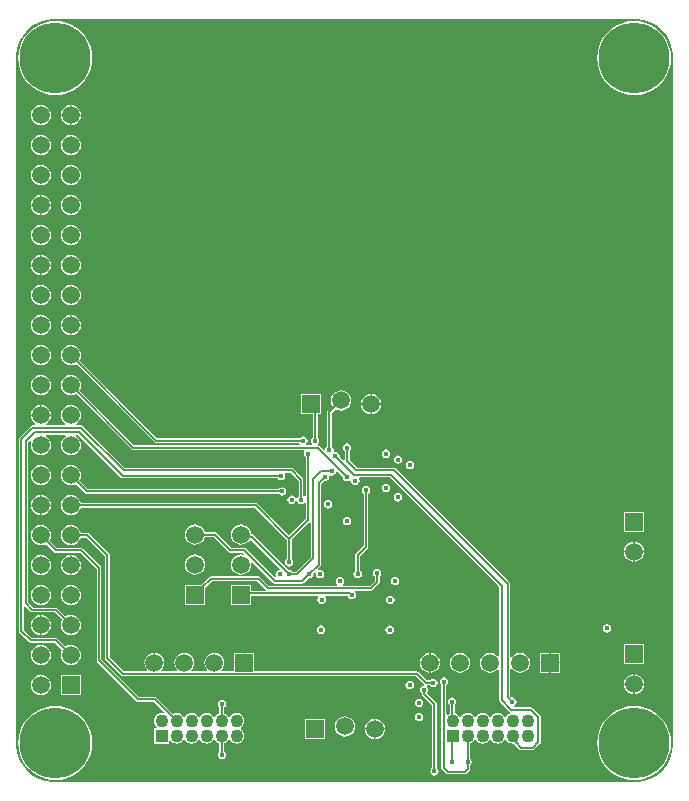
<source format=gbl>
G04*
G04 #@! TF.GenerationSoftware,Altium Limited,Altium Designer,21.7.2 (23)*
G04*
G04 Layer_Physical_Order=4*
G04 Layer_Color=16711680*
%FSLAX25Y25*%
%MOIN*%
G70*
G04*
G04 #@! TF.SameCoordinates,72A3C6AD-17B6-4F61-9830-52E5D45F99D0*
G04*
G04*
G04 #@! TF.FilePolarity,Positive*
G04*
G01*
G75*
%ADD11C,0.00787*%
%ADD39C,0.05906*%
%ADD40R,0.05906X0.05906*%
%ADD41C,0.04331*%
%ADD42R,0.04331X0.04331*%
%ADD43R,0.05906X0.05906*%
%ADD44C,0.01772*%
%ADD45C,0.23622*%
G36*
X474856Y357642D02*
X476456Y357214D01*
X477987Y356579D01*
X479422Y355751D01*
X480736Y354743D01*
X481908Y353571D01*
X482916Y352257D01*
X483745Y350822D01*
X484379Y349291D01*
X484808Y347691D01*
X485024Y346048D01*
Y345220D01*
Y116198D01*
Y115369D01*
X484808Y113727D01*
X484379Y112126D01*
X483745Y110596D01*
X482916Y109161D01*
X481908Y107846D01*
X480736Y106675D01*
X479422Y105666D01*
X477987Y104838D01*
X476456Y104204D01*
X474856Y103775D01*
X473213Y103559D01*
X277942D01*
X276303Y103774D01*
X274706Y104202D01*
X273179Y104835D01*
X271747Y105661D01*
X270435Y106668D01*
X269266Y107837D01*
X268260Y109148D01*
X267433Y110580D01*
X266801Y112107D01*
X266373Y113704D01*
X266157Y115343D01*
Y116170D01*
Y345220D01*
Y346048D01*
X266373Y347691D01*
X266802Y349291D01*
X267436Y350822D01*
X268265Y352256D01*
X269273Y353571D01*
X270445Y354743D01*
X271759Y355751D01*
X273194Y356579D01*
X274725Y357214D01*
X276325Y357642D01*
X277968Y357859D01*
X473213D01*
X474856Y357642D01*
D02*
G37*
%LPC*%
G36*
X472047Y357231D02*
X470115Y357079D01*
X468231Y356627D01*
X466441Y355885D01*
X464789Y354872D01*
X463315Y353614D01*
X462057Y352140D01*
X461044Y350488D01*
X460303Y348698D01*
X459850Y346814D01*
X459698Y344882D01*
X459850Y342950D01*
X460303Y341066D01*
X461044Y339276D01*
X462057Y337623D01*
X463315Y336150D01*
X464789Y334891D01*
X466441Y333879D01*
X468231Y333137D01*
X470115Y332685D01*
X472047Y332533D01*
X473979Y332685D01*
X475863Y333137D01*
X477654Y333879D01*
X479306Y334891D01*
X480779Y336150D01*
X482038Y337623D01*
X483050Y339276D01*
X483792Y341066D01*
X484244Y342950D01*
X484396Y344882D01*
X484244Y346814D01*
X483792Y348698D01*
X483050Y350488D01*
X482038Y352140D01*
X480779Y353614D01*
X479306Y354872D01*
X477654Y355885D01*
X475863Y356627D01*
X473979Y357079D01*
X472047Y357231D01*
D02*
G37*
G36*
X279134D02*
X277202Y357079D01*
X275318Y356627D01*
X273528Y355885D01*
X271875Y354872D01*
X270402Y353614D01*
X269143Y352140D01*
X268131Y350488D01*
X267389Y348698D01*
X266937Y346814D01*
X266785Y344882D01*
X266937Y342950D01*
X267389Y341066D01*
X268131Y339276D01*
X269143Y337623D01*
X270402Y336150D01*
X271875Y334891D01*
X273528Y333879D01*
X275318Y333137D01*
X277202Y332685D01*
X279134Y332533D01*
X281066Y332685D01*
X282950Y333137D01*
X284740Y333879D01*
X286392Y334891D01*
X287866Y336150D01*
X289124Y337623D01*
X290137Y339276D01*
X290879Y341066D01*
X291331Y342950D01*
X291483Y344882D01*
X291331Y346814D01*
X290879Y348698D01*
X290137Y350488D01*
X289124Y352140D01*
X287866Y353614D01*
X286392Y354872D01*
X284740Y355885D01*
X282950Y356627D01*
X281066Y357079D01*
X279134Y357231D01*
D02*
G37*
G36*
X284452Y329182D02*
Y326027D01*
X287607D01*
X287518Y326702D01*
X287181Y327518D01*
X286643Y328218D01*
X285943Y328755D01*
X285127Y329093D01*
X284452Y329182D01*
D02*
G37*
G36*
X284052D02*
X283377Y329093D01*
X282561Y328755D01*
X281861Y328218D01*
X281323Y327518D01*
X280985Y326702D01*
X280897Y326027D01*
X284052D01*
Y329182D01*
D02*
G37*
G36*
Y325627D02*
X280897D01*
X280985Y324952D01*
X281323Y324136D01*
X281861Y323436D01*
X282561Y322898D01*
X283377Y322560D01*
X284052Y322471D01*
Y325627D01*
D02*
G37*
G36*
X287607D02*
X284452D01*
Y322471D01*
X285127Y322560D01*
X285943Y322898D01*
X286643Y323436D01*
X287181Y324136D01*
X287518Y324952D01*
X287607Y325627D01*
D02*
G37*
G36*
X274252Y329208D02*
X273377Y329093D01*
X272561Y328755D01*
X271861Y328218D01*
X271323Y327518D01*
X270986Y326702D01*
X270870Y325827D01*
X270986Y324952D01*
X271323Y324136D01*
X271861Y323436D01*
X272561Y322898D01*
X273377Y322560D01*
X274252Y322445D01*
X275127Y322560D01*
X275943Y322898D01*
X276643Y323436D01*
X277181Y324136D01*
X277518Y324952D01*
X277634Y325827D01*
X277518Y326702D01*
X277181Y327518D01*
X276643Y328218D01*
X275943Y328755D01*
X275127Y329093D01*
X274252Y329208D01*
D02*
G37*
G36*
X284252Y319208D02*
X283377Y319093D01*
X282561Y318755D01*
X281861Y318218D01*
X281323Y317518D01*
X280985Y316702D01*
X280870Y315827D01*
X280985Y314951D01*
X281323Y314136D01*
X281861Y313436D01*
X282561Y312898D01*
X283377Y312560D01*
X284252Y312445D01*
X285127Y312560D01*
X285943Y312898D01*
X286643Y313436D01*
X287181Y314136D01*
X287518Y314951D01*
X287634Y315827D01*
X287518Y316702D01*
X287181Y317518D01*
X286643Y318218D01*
X285943Y318755D01*
X285127Y319093D01*
X284252Y319208D01*
D02*
G37*
G36*
X274252D02*
X273377Y319093D01*
X272561Y318755D01*
X271861Y318218D01*
X271323Y317518D01*
X270986Y316702D01*
X270870Y315827D01*
X270986Y314951D01*
X271323Y314136D01*
X271861Y313436D01*
X272561Y312898D01*
X273377Y312560D01*
X274252Y312445D01*
X275127Y312560D01*
X275943Y312898D01*
X276643Y313436D01*
X277181Y314136D01*
X277518Y314951D01*
X277634Y315827D01*
X277518Y316702D01*
X277181Y317518D01*
X276643Y318218D01*
X275943Y318755D01*
X275127Y319093D01*
X274252Y319208D01*
D02*
G37*
G36*
X284252Y309208D02*
X283377Y309093D01*
X282561Y308755D01*
X281861Y308218D01*
X281323Y307518D01*
X280985Y306702D01*
X280870Y305827D01*
X280985Y304952D01*
X281323Y304136D01*
X281861Y303436D01*
X282561Y302898D01*
X283377Y302560D01*
X284252Y302445D01*
X285127Y302560D01*
X285943Y302898D01*
X286643Y303436D01*
X287181Y304136D01*
X287518Y304952D01*
X287634Y305827D01*
X287518Y306702D01*
X287181Y307518D01*
X286643Y308218D01*
X285943Y308755D01*
X285127Y309093D01*
X284252Y309208D01*
D02*
G37*
G36*
X274252D02*
X273377Y309093D01*
X272561Y308755D01*
X271861Y308218D01*
X271323Y307518D01*
X270986Y306702D01*
X270870Y305827D01*
X270986Y304952D01*
X271323Y304136D01*
X271861Y303436D01*
X272561Y302898D01*
X273377Y302560D01*
X274252Y302445D01*
X275127Y302560D01*
X275943Y302898D01*
X276643Y303436D01*
X277181Y304136D01*
X277518Y304952D01*
X277634Y305827D01*
X277518Y306702D01*
X277181Y307518D01*
X276643Y308218D01*
X275943Y308755D01*
X275127Y309093D01*
X274252Y309208D01*
D02*
G37*
G36*
X274452Y299182D02*
Y296027D01*
X277607D01*
X277518Y296702D01*
X277181Y297518D01*
X276643Y298218D01*
X275943Y298755D01*
X275127Y299093D01*
X274452Y299182D01*
D02*
G37*
G36*
X274052D02*
X273377Y299093D01*
X272561Y298755D01*
X271861Y298218D01*
X271323Y297518D01*
X270986Y296702D01*
X270897Y296027D01*
X274052D01*
Y299182D01*
D02*
G37*
G36*
Y295627D02*
X270897D01*
X270986Y294952D01*
X271323Y294136D01*
X271861Y293436D01*
X272561Y292898D01*
X273377Y292560D01*
X274052Y292471D01*
Y295627D01*
D02*
G37*
G36*
X277607D02*
X274452D01*
Y292471D01*
X275127Y292560D01*
X275943Y292898D01*
X276643Y293436D01*
X277181Y294136D01*
X277518Y294952D01*
X277607Y295627D01*
D02*
G37*
G36*
X284252Y299208D02*
X283377Y299093D01*
X282561Y298755D01*
X281861Y298218D01*
X281323Y297518D01*
X280985Y296702D01*
X280870Y295827D01*
X280985Y294952D01*
X281323Y294136D01*
X281861Y293436D01*
X282561Y292898D01*
X283377Y292560D01*
X284252Y292445D01*
X285127Y292560D01*
X285943Y292898D01*
X286643Y293436D01*
X287181Y294136D01*
X287518Y294952D01*
X287634Y295827D01*
X287518Y296702D01*
X287181Y297518D01*
X286643Y298218D01*
X285943Y298755D01*
X285127Y299093D01*
X284252Y299208D01*
D02*
G37*
G36*
Y289208D02*
X283377Y289093D01*
X282561Y288755D01*
X281861Y288218D01*
X281323Y287518D01*
X280985Y286702D01*
X280870Y285827D01*
X280985Y284951D01*
X281323Y284136D01*
X281861Y283436D01*
X282561Y282898D01*
X283377Y282560D01*
X284252Y282445D01*
X285127Y282560D01*
X285943Y282898D01*
X286643Y283436D01*
X287181Y284136D01*
X287518Y284951D01*
X287634Y285827D01*
X287518Y286702D01*
X287181Y287518D01*
X286643Y288218D01*
X285943Y288755D01*
X285127Y289093D01*
X284252Y289208D01*
D02*
G37*
G36*
X274252D02*
X273377Y289093D01*
X272561Y288755D01*
X271861Y288218D01*
X271323Y287518D01*
X270986Y286702D01*
X270870Y285827D01*
X270986Y284951D01*
X271323Y284136D01*
X271861Y283436D01*
X272561Y282898D01*
X273377Y282560D01*
X274252Y282445D01*
X275127Y282560D01*
X275943Y282898D01*
X276643Y283436D01*
X277181Y284136D01*
X277518Y284951D01*
X277634Y285827D01*
X277518Y286702D01*
X277181Y287518D01*
X276643Y288218D01*
X275943Y288755D01*
X275127Y289093D01*
X274252Y289208D01*
D02*
G37*
G36*
X274452Y279182D02*
Y276027D01*
X277607D01*
X277518Y276702D01*
X277181Y277518D01*
X276643Y278218D01*
X275943Y278755D01*
X275127Y279093D01*
X274452Y279182D01*
D02*
G37*
G36*
X274052D02*
X273377Y279093D01*
X272561Y278755D01*
X271861Y278218D01*
X271323Y277518D01*
X270986Y276702D01*
X270897Y276027D01*
X274052D01*
Y279182D01*
D02*
G37*
G36*
Y275627D02*
X270897D01*
X270986Y274952D01*
X271323Y274136D01*
X271861Y273436D01*
X272561Y272898D01*
X273377Y272560D01*
X274052Y272471D01*
Y275627D01*
D02*
G37*
G36*
X277607D02*
X274452D01*
Y272471D01*
X275127Y272560D01*
X275943Y272898D01*
X276643Y273436D01*
X277181Y274136D01*
X277518Y274952D01*
X277607Y275627D01*
D02*
G37*
G36*
X284252Y279208D02*
X283377Y279093D01*
X282561Y278755D01*
X281861Y278218D01*
X281323Y277518D01*
X280985Y276702D01*
X280870Y275827D01*
X280985Y274952D01*
X281323Y274136D01*
X281861Y273436D01*
X282561Y272898D01*
X283377Y272560D01*
X284252Y272445D01*
X285127Y272560D01*
X285943Y272898D01*
X286643Y273436D01*
X287181Y274136D01*
X287518Y274952D01*
X287634Y275827D01*
X287518Y276702D01*
X287181Y277518D01*
X286643Y278218D01*
X285943Y278755D01*
X285127Y279093D01*
X284252Y279208D01*
D02*
G37*
G36*
Y269208D02*
X283377Y269093D01*
X282561Y268755D01*
X281861Y268218D01*
X281323Y267518D01*
X280985Y266702D01*
X280870Y265827D01*
X280985Y264951D01*
X281323Y264136D01*
X281861Y263436D01*
X282561Y262898D01*
X283377Y262560D01*
X284252Y262445D01*
X285127Y262560D01*
X285943Y262898D01*
X286643Y263436D01*
X287181Y264136D01*
X287518Y264951D01*
X287634Y265827D01*
X287518Y266702D01*
X287181Y267518D01*
X286643Y268218D01*
X285943Y268755D01*
X285127Y269093D01*
X284252Y269208D01*
D02*
G37*
G36*
X274252D02*
X273377Y269093D01*
X272561Y268755D01*
X271861Y268218D01*
X271323Y267518D01*
X270986Y266702D01*
X270870Y265827D01*
X270986Y264951D01*
X271323Y264136D01*
X271861Y263436D01*
X272561Y262898D01*
X273377Y262560D01*
X274252Y262445D01*
X275127Y262560D01*
X275943Y262898D01*
X276643Y263436D01*
X277181Y264136D01*
X277518Y264951D01*
X277634Y265827D01*
X277518Y266702D01*
X277181Y267518D01*
X276643Y268218D01*
X275943Y268755D01*
X275127Y269093D01*
X274252Y269208D01*
D02*
G37*
G36*
X284452Y259182D02*
Y256027D01*
X287607D01*
X287518Y256702D01*
X287181Y257518D01*
X286643Y258218D01*
X285943Y258755D01*
X285127Y259093D01*
X284452Y259182D01*
D02*
G37*
G36*
X284052D02*
X283377Y259093D01*
X282561Y258755D01*
X281861Y258218D01*
X281323Y257518D01*
X280985Y256702D01*
X280897Y256027D01*
X284052D01*
Y259182D01*
D02*
G37*
G36*
Y255627D02*
X280897D01*
X280985Y254952D01*
X281323Y254136D01*
X281861Y253436D01*
X282561Y252898D01*
X283377Y252560D01*
X284052Y252471D01*
Y255627D01*
D02*
G37*
G36*
X287607D02*
X284452D01*
Y252471D01*
X285127Y252560D01*
X285943Y252898D01*
X286643Y253436D01*
X287181Y254136D01*
X287518Y254952D01*
X287607Y255627D01*
D02*
G37*
G36*
X274252Y259208D02*
X273377Y259093D01*
X272561Y258755D01*
X271861Y258218D01*
X271323Y257518D01*
X270986Y256702D01*
X270870Y255827D01*
X270986Y254952D01*
X271323Y254136D01*
X271861Y253436D01*
X272561Y252898D01*
X273377Y252560D01*
X274252Y252445D01*
X275127Y252560D01*
X275943Y252898D01*
X276643Y253436D01*
X277181Y254136D01*
X277518Y254952D01*
X277634Y255827D01*
X277518Y256702D01*
X277181Y257518D01*
X276643Y258218D01*
X275943Y258755D01*
X275127Y259093D01*
X274252Y259208D01*
D02*
G37*
G36*
Y249208D02*
X273377Y249093D01*
X272561Y248755D01*
X271861Y248218D01*
X271323Y247518D01*
X270986Y246702D01*
X270870Y245827D01*
X270986Y244952D01*
X271323Y244136D01*
X271861Y243436D01*
X272561Y242898D01*
X273377Y242560D01*
X274252Y242445D01*
X275127Y242560D01*
X275943Y242898D01*
X276643Y243436D01*
X277181Y244136D01*
X277518Y244952D01*
X277634Y245827D01*
X277518Y246702D01*
X277181Y247518D01*
X276643Y248218D01*
X275943Y248755D01*
X275127Y249093D01*
X274252Y249208D01*
D02*
G37*
G36*
Y239208D02*
X273377Y239093D01*
X272561Y238755D01*
X271861Y238218D01*
X271323Y237518D01*
X270986Y236702D01*
X270870Y235827D01*
X270986Y234951D01*
X271323Y234136D01*
X271861Y233436D01*
X272561Y232898D01*
X273377Y232560D01*
X274252Y232445D01*
X275127Y232560D01*
X275943Y232898D01*
X276643Y233436D01*
X277181Y234136D01*
X277518Y234951D01*
X277634Y235827D01*
X277518Y236702D01*
X277181Y237518D01*
X276643Y238218D01*
X275943Y238755D01*
X275127Y239093D01*
X274252Y239208D01*
D02*
G37*
G36*
X384610Y232883D02*
Y229728D01*
X387765D01*
X387676Y230403D01*
X387338Y231218D01*
X386801Y231919D01*
X386100Y232456D01*
X385285Y232794D01*
X384610Y232883D01*
D02*
G37*
G36*
X384209D02*
X383534Y232794D01*
X382719Y232456D01*
X382018Y231919D01*
X381481Y231218D01*
X381143Y230403D01*
X381054Y229728D01*
X384209D01*
Y232883D01*
D02*
G37*
G36*
X387765Y229328D02*
X384610D01*
Y226172D01*
X385285Y226261D01*
X386100Y226599D01*
X386801Y227136D01*
X387338Y227837D01*
X387676Y228652D01*
X387765Y229328D01*
D02*
G37*
G36*
X384209D02*
X381054D01*
X381143Y228652D01*
X381481Y227837D01*
X382018Y227136D01*
X382719Y226599D01*
X383534Y226261D01*
X384209Y226172D01*
Y229328D01*
D02*
G37*
G36*
X274452Y229182D02*
Y226027D01*
X277607D01*
X277518Y226702D01*
X277181Y227518D01*
X276643Y228218D01*
X275943Y228755D01*
X275127Y229093D01*
X274452Y229182D01*
D02*
G37*
G36*
X274052D02*
X273377Y229093D01*
X272561Y228755D01*
X271861Y228218D01*
X271323Y227518D01*
X270986Y226702D01*
X270897Y226027D01*
X274052D01*
Y229182D01*
D02*
G37*
G36*
X284252Y249208D02*
X283377Y249093D01*
X282561Y248755D01*
X281861Y248218D01*
X281323Y247518D01*
X280985Y246702D01*
X280870Y245827D01*
X280985Y244952D01*
X281323Y244136D01*
X281861Y243436D01*
X282561Y242898D01*
X283377Y242560D01*
X284252Y242445D01*
X285127Y242560D01*
X285943Y242898D01*
X285996Y242939D01*
X312184Y216751D01*
X312446Y216575D01*
X312756Y216514D01*
X312756Y216514D01*
X360495D01*
X360683Y216270D01*
X360437Y215770D01*
X305453D01*
X287140Y234083D01*
X287181Y234136D01*
X287518Y234951D01*
X287634Y235827D01*
X287518Y236702D01*
X287181Y237518D01*
X286643Y238218D01*
X285943Y238755D01*
X285127Y239093D01*
X284252Y239208D01*
X283377Y239093D01*
X282561Y238755D01*
X281861Y238218D01*
X281323Y237518D01*
X280985Y236702D01*
X280870Y235827D01*
X280985Y234951D01*
X281323Y234136D01*
X281861Y233436D01*
X282561Y232898D01*
X283377Y232560D01*
X284252Y232445D01*
X285127Y232560D01*
X285943Y232898D01*
X285996Y232939D01*
X304546Y214388D01*
X304546Y214388D01*
X304808Y214213D01*
X305118Y214151D01*
X305118Y214151D01*
X361892D01*
X362160Y213651D01*
X362080Y213533D01*
X361973Y212992D01*
X362080Y212451D01*
X362387Y211993D01*
X362577Y211866D01*
Y199012D01*
X362077Y198766D01*
X361833Y198954D01*
Y204331D01*
X361833Y204331D01*
X361771Y204640D01*
X361596Y204903D01*
X361596Y204903D01*
X358446Y208052D01*
X358184Y208228D01*
X357874Y208290D01*
X357874Y208290D01*
X302304D01*
X288368Y222226D01*
X288105Y222401D01*
X287795Y222463D01*
X287795Y222463D01*
X286161D01*
X286078Y222629D01*
X286027Y222963D01*
X286643Y223436D01*
X287181Y224136D01*
X287518Y224952D01*
X287634Y225827D01*
X287518Y226702D01*
X287181Y227518D01*
X286643Y228218D01*
X285943Y228755D01*
X285127Y229093D01*
X284252Y229208D01*
X283377Y229093D01*
X282561Y228755D01*
X281861Y228218D01*
X281323Y227518D01*
X280985Y226702D01*
X280870Y225827D01*
X280985Y224952D01*
X281323Y224136D01*
X281861Y223436D01*
X282477Y222963D01*
X282426Y222629D01*
X282343Y222463D01*
X276161D01*
X276078Y222629D01*
X276027Y222963D01*
X276643Y223436D01*
X277181Y224136D01*
X277518Y224952D01*
X277607Y225627D01*
X274252D01*
X270897D01*
X270986Y224952D01*
X271323Y224136D01*
X271861Y223436D01*
X272477Y222963D01*
X272426Y222629D01*
X272343Y222463D01*
X271513D01*
X271513Y222463D01*
X271203Y222401D01*
X270941Y222226D01*
X267245Y218530D01*
X267069Y218267D01*
X267007Y217957D01*
X267007Y217957D01*
Y153837D01*
X267007Y153837D01*
X267069Y153527D01*
X267245Y153265D01*
X270294Y150215D01*
X270294Y150215D01*
X270556Y150040D01*
X270866Y149978D01*
X270866Y149978D01*
X278956D01*
X281364Y147570D01*
X281323Y147518D01*
X280985Y146702D01*
X280870Y145827D01*
X280985Y144951D01*
X281323Y144136D01*
X281861Y143436D01*
X282561Y142898D01*
X283377Y142560D01*
X284252Y142445D01*
X285127Y142560D01*
X285943Y142898D01*
X286643Y143436D01*
X287181Y144136D01*
X287518Y144951D01*
X287634Y145827D01*
X287518Y146702D01*
X287181Y147518D01*
X286643Y148218D01*
X285943Y148755D01*
X285127Y149093D01*
X284252Y149208D01*
X283377Y149093D01*
X282561Y148755D01*
X282508Y148715D01*
X279864Y151360D01*
X279601Y151535D01*
X279291Y151597D01*
X279291Y151597D01*
X271201D01*
X268626Y154172D01*
Y161873D01*
X269126Y162081D01*
X270927Y160280D01*
X270927Y160280D01*
X271189Y160104D01*
X271499Y160043D01*
X278891D01*
X281364Y157570D01*
X281323Y157518D01*
X280985Y156702D01*
X280870Y155827D01*
X280985Y154952D01*
X281323Y154136D01*
X281861Y153436D01*
X282561Y152898D01*
X283377Y152560D01*
X284252Y152445D01*
X285127Y152560D01*
X285943Y152898D01*
X286643Y153436D01*
X287181Y154136D01*
X287518Y154952D01*
X287634Y155827D01*
X287518Y156702D01*
X287181Y157518D01*
X286643Y158218D01*
X285943Y158755D01*
X285127Y159093D01*
X284252Y159208D01*
X283377Y159093D01*
X282561Y158755D01*
X282508Y158715D01*
X279799Y161424D01*
X279536Y161600D01*
X279227Y161661D01*
X279227Y161661D01*
X271834D01*
X270101Y163395D01*
Y216799D01*
X270756Y217454D01*
X271180Y217171D01*
X270986Y216702D01*
X270870Y215827D01*
X270986Y214951D01*
X271323Y214136D01*
X271861Y213436D01*
X272561Y212898D01*
X273377Y212560D01*
X274252Y212445D01*
X275127Y212560D01*
X275943Y212898D01*
X276643Y213436D01*
X277181Y214136D01*
X277518Y214951D01*
X277634Y215827D01*
X277518Y216702D01*
X277181Y217518D01*
X276643Y218218D01*
X275943Y218755D01*
X275909Y218770D01*
X276008Y219269D01*
X282496D01*
X282595Y218770D01*
X282561Y218755D01*
X281861Y218218D01*
X281323Y217518D01*
X280985Y216702D01*
X280870Y215827D01*
X280985Y214951D01*
X281323Y214136D01*
X281861Y213436D01*
X282561Y212898D01*
X283377Y212560D01*
X284252Y212445D01*
X285127Y212560D01*
X285943Y212898D01*
X286643Y213436D01*
X287181Y214136D01*
X287518Y214951D01*
X287634Y215827D01*
X287518Y216702D01*
X287181Y217518D01*
X286643Y218218D01*
X285943Y218755D01*
X285909Y218770D01*
X286008Y219269D01*
X286673D01*
X301003Y204940D01*
X301265Y204764D01*
X301575Y204702D01*
X301575Y204703D01*
X353205D01*
X353332Y204513D01*
X353790Y204206D01*
X354331Y204099D01*
X354871Y204206D01*
X355330Y204513D01*
X355636Y204971D01*
X355744Y205512D01*
X355636Y206052D01*
X355557Y206171D01*
X355824Y206671D01*
X357539D01*
X360214Y203995D01*
Y198764D01*
X360024Y198637D01*
X359718Y198179D01*
X359704Y198106D01*
X359194D01*
X359179Y198179D01*
X358873Y198637D01*
X358415Y198943D01*
X357874Y199051D01*
X357333Y198943D01*
X356875Y198637D01*
X356569Y198179D01*
X356461Y197638D01*
X356569Y197097D01*
X356875Y196639D01*
X357333Y196332D01*
X357874Y196225D01*
X358415Y196332D01*
X358873Y196639D01*
X359179Y197097D01*
X359194Y197170D01*
X359704D01*
X359718Y197097D01*
X360024Y196639D01*
X360483Y196332D01*
X361024Y196225D01*
X361564Y196332D01*
X362023Y196639D01*
X362077Y196719D01*
X362577Y196568D01*
Y191280D01*
X357087Y185790D01*
X346478Y196399D01*
X346215Y196574D01*
X345905Y196636D01*
X345905Y196636D01*
X287527D01*
X287518Y196702D01*
X287181Y197518D01*
X286643Y198218D01*
X285943Y198755D01*
X285127Y199093D01*
X284252Y199208D01*
X283377Y199093D01*
X282561Y198755D01*
X281861Y198218D01*
X281323Y197518D01*
X280985Y196702D01*
X280870Y195827D01*
X280985Y194951D01*
X281323Y194136D01*
X281861Y193436D01*
X282561Y192898D01*
X283377Y192560D01*
X284252Y192445D01*
X285127Y192560D01*
X285943Y192898D01*
X286643Y193436D01*
X287181Y194136D01*
X287518Y194951D01*
X287527Y195018D01*
X345570D01*
X356277Y184310D01*
Y177898D01*
X356087Y177771D01*
X355781Y177312D01*
X355674Y176772D01*
X355781Y176231D01*
X356087Y175773D01*
X356546Y175466D01*
X357087Y175359D01*
X357627Y175466D01*
X358086Y175773D01*
X358392Y176231D01*
X358500Y176772D01*
X358392Y177312D01*
X358086Y177771D01*
X357896Y177898D01*
Y184310D01*
X363801Y190215D01*
X364301Y190008D01*
Y178437D01*
X359507Y173644D01*
X358213D01*
X358086Y173834D01*
X357627Y174140D01*
X357087Y174248D01*
X356863Y174203D01*
X345149Y185917D01*
X344886Y186092D01*
X344577Y186154D01*
X344259Y186497D01*
X344211Y186860D01*
X343874Y187675D01*
X343336Y188375D01*
X342636Y188913D01*
X341820Y189251D01*
X340945Y189366D01*
X340070Y189251D01*
X339254Y188913D01*
X338554Y188375D01*
X338016Y187675D01*
X337678Y186860D01*
X337563Y185984D01*
X337678Y185109D01*
X338016Y184293D01*
X338554Y183593D01*
X339254Y183056D01*
X340070Y182718D01*
X340945Y182603D01*
X341820Y182718D01*
X342636Y183056D01*
X343336Y183593D01*
X343853Y184266D01*
X343920Y184297D01*
X344435Y184342D01*
X354158Y174619D01*
X353911Y174158D01*
X353858Y174169D01*
X353317Y174061D01*
X352859Y173755D01*
X352553Y173297D01*
X352445Y172756D01*
X352553Y172215D01*
X352718Y171969D01*
X352329Y171650D01*
X342577Y181403D01*
X342314Y181578D01*
X342004Y181640D01*
X342004Y181640D01*
X337796D01*
X332879Y186556D01*
X332616Y186732D01*
X332307Y186793D01*
X332307Y186793D01*
X328866D01*
X328857Y186860D01*
X328519Y187675D01*
X327982Y188375D01*
X327281Y188913D01*
X326466Y189251D01*
X325590Y189366D01*
X324715Y189251D01*
X323900Y188913D01*
X323199Y188375D01*
X322662Y187675D01*
X322324Y186860D01*
X322209Y185984D01*
X322324Y185109D01*
X322662Y184293D01*
X323199Y183593D01*
X323900Y183056D01*
X324715Y182718D01*
X325590Y182603D01*
X326466Y182718D01*
X327281Y183056D01*
X327982Y183593D01*
X328519Y184293D01*
X328857Y185109D01*
X328866Y185175D01*
X331972D01*
X336888Y180258D01*
X336888Y180258D01*
X337151Y180083D01*
X337460Y180021D01*
X337460Y180021D01*
X341634D01*
X341913Y179685D01*
X341656Y179272D01*
X340945Y179366D01*
X340070Y179251D01*
X339254Y178913D01*
X338554Y178375D01*
X338016Y177675D01*
X337678Y176859D01*
X337563Y175984D01*
X337678Y175109D01*
X338016Y174293D01*
X338554Y173593D01*
X339254Y173056D01*
X340070Y172718D01*
X340945Y172603D01*
X341820Y172718D01*
X342636Y173056D01*
X343336Y173593D01*
X343874Y174293D01*
X344211Y175109D01*
X344327Y175984D01*
X344225Y176759D01*
X344479Y176951D01*
X344673Y177017D01*
X351790Y169900D01*
X351790Y169900D01*
X352052Y169725D01*
X352362Y169663D01*
X352362Y169663D01*
X361417D01*
X361417Y169663D01*
X361727Y169725D01*
X361990Y169900D01*
X363556Y171466D01*
X363779Y171422D01*
X364320Y171529D01*
X364779Y171835D01*
X365085Y172294D01*
X365193Y172835D01*
X365148Y173059D01*
X365518Y173429D01*
X365979Y173183D01*
X365910Y172835D01*
X366017Y172294D01*
X366324Y171835D01*
X366782Y171529D01*
X367323Y171422D01*
X367863Y171529D01*
X368322Y171835D01*
X368628Y172294D01*
X368736Y172835D01*
X368628Y173375D01*
X368322Y173834D01*
X367863Y174140D01*
X367323Y174248D01*
X366975Y174178D01*
X366728Y174639D01*
X367501Y175412D01*
X367501Y175412D01*
X367677Y175675D01*
X367738Y175984D01*
X367738Y175984D01*
Y202814D01*
X368674Y203750D01*
X368898Y203705D01*
X369438Y203813D01*
X369897Y204119D01*
X370203Y204577D01*
X370311Y205118D01*
X370234Y205504D01*
X370643Y205832D01*
X370719Y205781D01*
X371260Y205674D01*
X371801Y205781D01*
X372259Y206087D01*
X372565Y206546D01*
X372654Y206991D01*
X372935Y207142D01*
X373162Y207189D01*
X375009Y205342D01*
X374965Y205118D01*
X375073Y204577D01*
X375379Y204119D01*
X375837Y203813D01*
X376378Y203705D01*
X376919Y203813D01*
X377233Y204023D01*
X377389Y203995D01*
X377691Y203856D01*
X377746Y203810D01*
X377829Y203396D01*
X378135Y202938D01*
X378593Y202632D01*
X379134Y202524D01*
X379675Y202632D01*
X380133Y202938D01*
X380439Y203396D01*
X380547Y203937D01*
X380439Y204478D01*
X380360Y204596D01*
X380627Y205096D01*
X390610D01*
X427143Y168562D01*
Y145560D01*
X426644Y145390D01*
X426407Y145698D01*
X425707Y146236D01*
X424891Y146573D01*
X424016Y146689D01*
X423140Y146573D01*
X422325Y146236D01*
X421625Y145698D01*
X421087Y144998D01*
X420749Y144182D01*
X420634Y143307D01*
X420749Y142432D01*
X421087Y141616D01*
X421625Y140916D01*
X422325Y140378D01*
X423140Y140041D01*
X424016Y139925D01*
X424891Y140041D01*
X425707Y140378D01*
X426407Y140916D01*
X426644Y141224D01*
X427143Y141054D01*
Y130709D01*
X427143Y130709D01*
X427205Y130399D01*
X427381Y130136D01*
X430530Y126987D01*
X430734Y126851D01*
X430769Y126589D01*
X430740Y126312D01*
X430320Y126138D01*
X429785Y125727D01*
X429388Y125211D01*
X429262Y125191D01*
X428966D01*
X428840Y125211D01*
X428444Y125727D01*
X427908Y126138D01*
X427284Y126397D01*
X426814Y126459D01*
Y123898D01*
X426414D01*
Y126459D01*
X425945Y126397D01*
X425320Y126138D01*
X424785Y125727D01*
X424388Y125211D01*
X424262Y125191D01*
X423966D01*
X423840Y125211D01*
X423444Y125727D01*
X422908Y126138D01*
X422284Y126397D01*
X421614Y126485D01*
X420944Y126397D01*
X420320Y126138D01*
X419785Y125727D01*
X419388Y125211D01*
X419262Y125191D01*
X418966D01*
X418840Y125211D01*
X418444Y125727D01*
X417908Y126138D01*
X417284Y126397D01*
X416614Y126485D01*
X415944Y126397D01*
X415320Y126138D01*
X414785Y125727D01*
X414388Y125211D01*
X414262Y125191D01*
X413966D01*
X413840Y125211D01*
X413444Y125727D01*
X412908Y126138D01*
X412325Y126380D01*
Y129255D01*
X412416Y129316D01*
X412723Y129774D01*
X412830Y130315D01*
X412723Y130856D01*
X412416Y131314D01*
X411958Y131620D01*
X411417Y131728D01*
X410877Y131620D01*
X410418Y131314D01*
X410112Y130856D01*
X410004Y130315D01*
X410112Y129774D01*
X410418Y129316D01*
X410707Y129123D01*
Y126298D01*
X410320Y126138D01*
X409964Y125865D01*
X409464Y126097D01*
Y135878D01*
X409660Y136009D01*
X409967Y136467D01*
X410074Y137008D01*
X409967Y137549D01*
X409660Y138007D01*
X409202Y138313D01*
X408661Y138421D01*
X408121Y138313D01*
X407662Y138007D01*
X407356Y137549D01*
X407248Y137008D01*
X407356Y136467D01*
X407662Y136009D01*
X407846Y135886D01*
Y108274D01*
X407846Y108274D01*
X407907Y107964D01*
X408083Y107702D01*
X409338Y106447D01*
X409600Y106271D01*
X409910Y106210D01*
X415680D01*
X415681Y106210D01*
X415990Y106271D01*
X416253Y106447D01*
X417108Y107302D01*
X417108Y107302D01*
X417283Y107564D01*
X417345Y107874D01*
Y109110D01*
X417535Y109237D01*
X417841Y109695D01*
X417948Y110236D01*
X417841Y110777D01*
X417535Y111235D01*
X417384Y111336D01*
Y116440D01*
X417908Y116657D01*
X418444Y117068D01*
X418840Y117585D01*
X418966Y117604D01*
X419262D01*
X419388Y117585D01*
X419785Y117068D01*
X420320Y116657D01*
X420944Y116398D01*
X421414Y116337D01*
Y118898D01*
X421814D01*
Y116337D01*
X422284Y116398D01*
X422908Y116657D01*
X423444Y117068D01*
X423840Y117585D01*
X423966Y117604D01*
X424262Y117604D01*
X424388Y117585D01*
X424785Y117068D01*
X425320Y116657D01*
X425945Y116398D01*
X426614Y116310D01*
X427284Y116398D01*
X427908Y116657D01*
X428444Y117068D01*
X428840Y117585D01*
X428966Y117604D01*
X429262D01*
X429388Y117585D01*
X429785Y117068D01*
X430320Y116657D01*
X430944Y116398D01*
X431614Y116310D01*
X431885Y116346D01*
X432019Y116145D01*
X433776Y114388D01*
X434038Y114213D01*
X434348Y114151D01*
X434348Y114151D01*
X438189D01*
X438189Y114151D01*
X438499Y114213D01*
X438761Y114388D01*
X440730Y116357D01*
X440905Y116619D01*
X440967Y116929D01*
X440967Y116929D01*
Y125197D01*
X440967Y125197D01*
X440905Y125506D01*
X440730Y125769D01*
X440730Y125769D01*
X438368Y128131D01*
X438105Y128307D01*
X437795Y128368D01*
X437795Y128368D01*
X431895D01*
X431811Y128419D01*
X431793Y128451D01*
X432037Y129009D01*
X432495Y129316D01*
X432801Y129774D01*
X432909Y130315D01*
X432801Y130856D01*
X432495Y131314D01*
X432037Y131620D01*
X431496Y131728D01*
X431272Y131683D01*
X430730Y132225D01*
Y141260D01*
X431230Y141429D01*
X431625Y140916D01*
X432325Y140378D01*
X433141Y140041D01*
X434016Y139925D01*
X434891Y140041D01*
X435707Y140378D01*
X436407Y140916D01*
X436944Y141616D01*
X437282Y142432D01*
X437397Y143307D01*
X437282Y144182D01*
X436944Y144998D01*
X436407Y145698D01*
X435707Y146236D01*
X434891Y146573D01*
X434016Y146689D01*
X433141Y146573D01*
X432325Y146236D01*
X431625Y145698D01*
X431230Y145185D01*
X430730Y145354D01*
Y169685D01*
X430730Y169685D01*
X430669Y169995D01*
X430493Y170257D01*
X392714Y208037D01*
X392451Y208212D01*
X392142Y208274D01*
X392142Y208274D01*
X379724D01*
X377187Y210811D01*
Y213835D01*
X377377Y213962D01*
X377683Y214420D01*
X377791Y214961D01*
X377683Y215501D01*
X377377Y215960D01*
X376919Y216266D01*
X376378Y216374D01*
X375837Y216266D01*
X375379Y215960D01*
X375073Y215501D01*
X374965Y214961D01*
X375073Y214420D01*
X375379Y213962D01*
X375569Y213835D01*
Y210929D01*
X375069Y210721D01*
X373809Y211981D01*
X373854Y212205D01*
X373746Y212745D01*
X373440Y213204D01*
X372982Y213510D01*
X372441Y213618D01*
X372278Y213585D01*
X371853Y214011D01*
X371885Y214173D01*
X371778Y214714D01*
X371472Y215172D01*
X371282Y215299D01*
Y226436D01*
X372666Y227821D01*
X372719Y227780D01*
X373534Y227442D01*
X374410Y227327D01*
X375285Y227442D01*
X376100Y227780D01*
X376801Y228317D01*
X377338Y229018D01*
X377676Y229833D01*
X377791Y230709D01*
X377676Y231584D01*
X377338Y232400D01*
X376801Y233100D01*
X376100Y233637D01*
X375285Y233975D01*
X374410Y234090D01*
X373534Y233975D01*
X372719Y233637D01*
X372018Y233100D01*
X371481Y232400D01*
X371143Y231584D01*
X371028Y230709D01*
X371143Y229833D01*
X371481Y229018D01*
X371521Y228965D01*
X369900Y227344D01*
X369725Y227081D01*
X369663Y226772D01*
X369663Y226772D01*
Y215299D01*
X369473Y215172D01*
X369167Y214714D01*
X369078Y214269D01*
X368798Y214118D01*
X368570Y214070D01*
X367108Y215533D01*
X366845Y215708D01*
X366753Y215726D01*
X366648Y216257D01*
X366747Y216324D01*
X367053Y216782D01*
X367161Y217323D01*
X367053Y217863D01*
X366747Y218322D01*
X366557Y218449D01*
Y226175D01*
X367762D01*
Y232880D01*
X361057D01*
Y226175D01*
X364939D01*
Y218449D01*
X364749Y218322D01*
X364443Y217863D01*
X364335Y217323D01*
X364443Y216782D01*
X364749Y216324D01*
X364829Y216270D01*
X364678Y215770D01*
X362881D01*
X362730Y216270D01*
X362810Y216324D01*
X363116Y216782D01*
X363224Y217323D01*
X363116Y217863D01*
X362810Y218322D01*
X362352Y218628D01*
X361811Y218736D01*
X361270Y218628D01*
X360812Y218322D01*
X360685Y218132D01*
X313091D01*
X287140Y244083D01*
X287181Y244136D01*
X287518Y244952D01*
X287634Y245827D01*
X287518Y246702D01*
X287181Y247518D01*
X286643Y248218D01*
X285943Y248755D01*
X285127Y249093D01*
X284252Y249208D01*
D02*
G37*
G36*
X389370Y214405D02*
X388829Y214298D01*
X388371Y213991D01*
X388065Y213533D01*
X387957Y212992D01*
X388065Y212451D01*
X388371Y211993D01*
X388829Y211687D01*
X389370Y211579D01*
X389911Y211687D01*
X390369Y211993D01*
X390675Y212451D01*
X390783Y212992D01*
X390675Y213533D01*
X390369Y213991D01*
X389911Y214298D01*
X389370Y214405D01*
D02*
G37*
G36*
X393307Y212437D02*
X392766Y212329D01*
X392308Y212023D01*
X392002Y211564D01*
X391894Y211024D01*
X392002Y210483D01*
X392308Y210024D01*
X392766Y209718D01*
X393307Y209611D01*
X393848Y209718D01*
X394306Y210024D01*
X394613Y210483D01*
X394720Y211024D01*
X394613Y211564D01*
X394306Y212023D01*
X393848Y212329D01*
X393307Y212437D01*
D02*
G37*
G36*
X397376Y210529D02*
X396836Y210421D01*
X396377Y210115D01*
X396071Y209656D01*
X395964Y209116D01*
X396071Y208575D01*
X396377Y208117D01*
X396836Y207810D01*
X397376Y207703D01*
X397917Y207810D01*
X398376Y208117D01*
X398682Y208575D01*
X398789Y209116D01*
X398682Y209656D01*
X398376Y210115D01*
X397917Y210421D01*
X397376Y210529D01*
D02*
G37*
G36*
X274252Y209208D02*
X273377Y209093D01*
X272561Y208755D01*
X271861Y208218D01*
X271323Y207518D01*
X270986Y206702D01*
X270870Y205827D01*
X270986Y204952D01*
X271323Y204136D01*
X271861Y203436D01*
X272561Y202898D01*
X273377Y202560D01*
X274252Y202445D01*
X275127Y202560D01*
X275943Y202898D01*
X276643Y203436D01*
X277181Y204136D01*
X277518Y204952D01*
X277634Y205827D01*
X277518Y206702D01*
X277181Y207518D01*
X276643Y208218D01*
X275943Y208755D01*
X275127Y209093D01*
X274252Y209208D01*
D02*
G37*
G36*
X389370Y202988D02*
X388829Y202880D01*
X388371Y202574D01*
X388065Y202116D01*
X387957Y201575D01*
X388065Y201034D01*
X388371Y200576D01*
X388829Y200269D01*
X389370Y200162D01*
X389911Y200269D01*
X390369Y200576D01*
X390675Y201034D01*
X390783Y201575D01*
X390675Y202116D01*
X390369Y202574D01*
X389911Y202880D01*
X389370Y202988D01*
D02*
G37*
G36*
X284252Y209208D02*
X283377Y209093D01*
X282561Y208755D01*
X281861Y208218D01*
X281323Y207518D01*
X280985Y206702D01*
X280870Y205827D01*
X280985Y204952D01*
X281323Y204136D01*
X281861Y203436D01*
X282561Y202898D01*
X283377Y202560D01*
X284252Y202445D01*
X285127Y202560D01*
X285943Y202898D01*
X285996Y202939D01*
X289113Y199821D01*
X289375Y199646D01*
X289685Y199584D01*
X353598D01*
X353725Y199395D01*
X354184Y199088D01*
X354724Y198981D01*
X355265Y199088D01*
X355724Y199395D01*
X356030Y199853D01*
X356137Y200394D01*
X356030Y200934D01*
X355724Y201393D01*
X355265Y201699D01*
X354724Y201807D01*
X354184Y201699D01*
X353725Y201393D01*
X353598Y201203D01*
X290020D01*
X287140Y204083D01*
X287181Y204136D01*
X287518Y204952D01*
X287634Y205827D01*
X287518Y206702D01*
X287181Y207518D01*
X286643Y208218D01*
X285943Y208755D01*
X285127Y209093D01*
X284252Y209208D01*
D02*
G37*
G36*
X393307Y199838D02*
X392766Y199731D01*
X392308Y199424D01*
X392002Y198966D01*
X391894Y198425D01*
X392002Y197885D01*
X392308Y197426D01*
X392766Y197120D01*
X393307Y197012D01*
X393848Y197120D01*
X394306Y197426D01*
X394613Y197885D01*
X394720Y198425D01*
X394613Y198966D01*
X394306Y199424D01*
X393848Y199731D01*
X393307Y199838D01*
D02*
G37*
G36*
X274452Y199182D02*
Y196027D01*
X277607D01*
X277518Y196702D01*
X277181Y197518D01*
X276643Y198218D01*
X275943Y198755D01*
X275127Y199093D01*
X274452Y199182D01*
D02*
G37*
G36*
X274052D02*
X273377Y199093D01*
X272561Y198755D01*
X271861Y198218D01*
X271323Y197518D01*
X270986Y196702D01*
X270897Y196027D01*
X274052D01*
Y199182D01*
D02*
G37*
G36*
X370079Y197476D02*
X369538Y197368D01*
X369080Y197062D01*
X368773Y196604D01*
X368666Y196063D01*
X368773Y195522D01*
X369080Y195064D01*
X369538Y194758D01*
X370079Y194650D01*
X370620Y194758D01*
X371078Y195064D01*
X371384Y195522D01*
X371492Y196063D01*
X371384Y196604D01*
X371078Y197062D01*
X370620Y197368D01*
X370079Y197476D01*
D02*
G37*
G36*
X274052Y195627D02*
X270897D01*
X270986Y194951D01*
X271323Y194136D01*
X271861Y193436D01*
X272561Y192898D01*
X273377Y192560D01*
X274052Y192471D01*
Y195627D01*
D02*
G37*
G36*
X277607D02*
X274452D01*
Y192471D01*
X275127Y192560D01*
X275943Y192898D01*
X276643Y193436D01*
X277181Y194136D01*
X277518Y194951D01*
X277607Y195627D01*
D02*
G37*
G36*
X376378Y191964D02*
X375837Y191857D01*
X375379Y191550D01*
X375073Y191092D01*
X374965Y190551D01*
X375073Y190010D01*
X375379Y189552D01*
X375837Y189246D01*
X376378Y189138D01*
X376919Y189246D01*
X377377Y189552D01*
X377683Y190010D01*
X377791Y190551D01*
X377683Y191092D01*
X377377Y191550D01*
X376919Y191857D01*
X376378Y191964D01*
D02*
G37*
G36*
X475400Y193668D02*
X468694D01*
Y186962D01*
X475400D01*
Y193668D01*
D02*
G37*
G36*
X472247Y183670D02*
Y180515D01*
X475403D01*
X475314Y181190D01*
X474976Y182006D01*
X474438Y182706D01*
X473738Y183244D01*
X472923Y183581D01*
X472247Y183670D01*
D02*
G37*
G36*
X471847D02*
X471172Y183581D01*
X470356Y183244D01*
X469656Y182706D01*
X469119Y182006D01*
X468781Y181190D01*
X468692Y180515D01*
X471847D01*
Y183670D01*
D02*
G37*
G36*
X475403Y180115D02*
X472247D01*
Y176960D01*
X472923Y177049D01*
X473738Y177386D01*
X474438Y177924D01*
X474976Y178624D01*
X475314Y179440D01*
X475403Y180115D01*
D02*
G37*
G36*
X471847D02*
X468692D01*
X468781Y179440D01*
X469119Y178624D01*
X469656Y177924D01*
X470356Y177386D01*
X471172Y177049D01*
X471847Y176960D01*
Y180115D01*
D02*
G37*
G36*
X284452Y179182D02*
Y176027D01*
X287607D01*
X287518Y176702D01*
X287181Y177518D01*
X286643Y178218D01*
X285943Y178755D01*
X285127Y179093D01*
X284452Y179182D01*
D02*
G37*
G36*
X284052D02*
X283377Y179093D01*
X282561Y178755D01*
X281861Y178218D01*
X281323Y177518D01*
X280985Y176702D01*
X280897Y176027D01*
X284052D01*
Y179182D01*
D02*
G37*
G36*
X325590Y179366D02*
X324715Y179251D01*
X323900Y178913D01*
X323199Y178375D01*
X322662Y177675D01*
X322324Y176859D01*
X322209Y175984D01*
X322324Y175109D01*
X322662Y174293D01*
X323199Y173593D01*
X323900Y173056D01*
X324715Y172718D01*
X325590Y172603D01*
X326466Y172718D01*
X327281Y173056D01*
X327982Y173593D01*
X328519Y174293D01*
X328857Y175109D01*
X328972Y175984D01*
X328857Y176859D01*
X328519Y177675D01*
X327982Y178375D01*
X327281Y178913D01*
X326466Y179251D01*
X325590Y179366D01*
D02*
G37*
G36*
X284052Y175627D02*
X280897D01*
X280985Y174952D01*
X281323Y174136D01*
X281861Y173436D01*
X282561Y172898D01*
X283377Y172560D01*
X284052Y172471D01*
Y175627D01*
D02*
G37*
G36*
X287607D02*
X284452D01*
Y172471D01*
X285127Y172560D01*
X285943Y172898D01*
X286643Y173436D01*
X287181Y174136D01*
X287518Y174952D01*
X287607Y175627D01*
D02*
G37*
G36*
X274252Y179208D02*
X273377Y179093D01*
X272561Y178755D01*
X271861Y178218D01*
X271323Y177518D01*
X270986Y176702D01*
X270870Y175827D01*
X270986Y174952D01*
X271323Y174136D01*
X271861Y173436D01*
X272561Y172898D01*
X273377Y172560D01*
X274252Y172445D01*
X275127Y172560D01*
X275943Y172898D01*
X276643Y173436D01*
X277181Y174136D01*
X277518Y174952D01*
X277634Y175827D01*
X277518Y176702D01*
X277181Y177518D01*
X276643Y178218D01*
X275943Y178755D01*
X275127Y179093D01*
X274252Y179208D01*
D02*
G37*
G36*
X382677Y202200D02*
X382137Y202093D01*
X381678Y201786D01*
X381372Y201328D01*
X381264Y200787D01*
X381372Y200247D01*
X381678Y199788D01*
X381868Y199661D01*
Y182225D01*
X379349Y179706D01*
X379174Y179444D01*
X379112Y179134D01*
X379112Y179134D01*
Y173961D01*
X378922Y173834D01*
X378616Y173375D01*
X378508Y172835D01*
X378616Y172294D01*
X378922Y171835D01*
X379380Y171529D01*
X379921Y171422D01*
X380462Y171529D01*
X380920Y171835D01*
X381227Y172294D01*
X381334Y172835D01*
X381227Y173375D01*
X380920Y173834D01*
X380731Y173961D01*
Y178799D01*
X383249Y181317D01*
X383249Y181317D01*
X383425Y181580D01*
X383486Y181890D01*
X383486Y181890D01*
Y199661D01*
X383676Y199788D01*
X383983Y200247D01*
X384090Y200787D01*
X383983Y201328D01*
X383676Y201786D01*
X383218Y202093D01*
X382677Y202200D01*
D02*
G37*
G36*
X392404Y171887D02*
X391863Y171779D01*
X391405Y171473D01*
X391098Y171014D01*
X390991Y170474D01*
X391098Y169933D01*
X391405Y169474D01*
X391863Y169168D01*
X392404Y169061D01*
X392945Y169168D01*
X393403Y169474D01*
X393709Y169933D01*
X393817Y170474D01*
X393709Y171014D01*
X393403Y171473D01*
X392945Y171779D01*
X392404Y171887D01*
D02*
G37*
G36*
X386422Y174611D02*
X385881Y174503D01*
X385423Y174197D01*
X385117Y173738D01*
X385009Y173198D01*
X385117Y172657D01*
X385423Y172198D01*
X385610Y172074D01*
Y170613D01*
X383978Y168980D01*
X375177D01*
X375015Y169473D01*
X375321Y169932D01*
X375429Y170472D01*
X375321Y171013D01*
X375015Y171472D01*
X374556Y171778D01*
X374016Y171885D01*
X373475Y171778D01*
X373017Y171472D01*
X372710Y171013D01*
X372603Y170472D01*
X372710Y169932D01*
X373017Y169473D01*
X372854Y168980D01*
X350274D01*
X347423Y171832D01*
X347160Y172008D01*
X346850Y172069D01*
X346850Y172069D01*
X330866D01*
X330557Y172008D01*
X330294Y171832D01*
X330294Y171832D01*
X327799Y169337D01*
X322238D01*
Y162631D01*
X328943D01*
Y168193D01*
X331201Y170451D01*
X346515D01*
X349284Y167682D01*
X349207Y167358D01*
X349091Y167182D01*
X344298D01*
Y169337D01*
X337592D01*
Y162631D01*
X344298D01*
Y165564D01*
X366568D01*
X366806Y165064D01*
X366623Y164791D01*
X366516Y164251D01*
X366623Y163710D01*
X366930Y163251D01*
X367388Y162945D01*
X367929Y162838D01*
X368470Y162945D01*
X368928Y163251D01*
X369234Y163710D01*
X369342Y164251D01*
X369234Y164791D01*
X369052Y165064D01*
X369290Y165564D01*
X376588D01*
X376628Y165365D01*
X376934Y164906D01*
X377392Y164600D01*
X377933Y164492D01*
X378474Y164600D01*
X378932Y164906D01*
X379239Y165365D01*
X379346Y165905D01*
X379239Y166446D01*
X378961Y166862D01*
X379010Y167070D01*
X379148Y167362D01*
X384313D01*
X384313Y167362D01*
X384623Y167423D01*
X384885Y167599D01*
X386991Y169705D01*
X386991Y169705D01*
X387167Y169968D01*
X387228Y170278D01*
X387228Y170278D01*
Y172070D01*
X387421Y172198D01*
X387728Y172657D01*
X387835Y173198D01*
X387728Y173738D01*
X387421Y174197D01*
X386963Y174503D01*
X386422Y174611D01*
D02*
G37*
G36*
X390773Y165681D02*
X390232Y165573D01*
X389774Y165267D01*
X389467Y164809D01*
X389360Y164268D01*
X389467Y163727D01*
X389774Y163269D01*
X390232Y162962D01*
X390773Y162855D01*
X391313Y162962D01*
X391772Y163269D01*
X392078Y163727D01*
X392185Y164268D01*
X392078Y164809D01*
X391772Y165267D01*
X391313Y165573D01*
X390773Y165681D01*
D02*
G37*
G36*
X284252Y169208D02*
X283377Y169093D01*
X282561Y168755D01*
X281861Y168218D01*
X281323Y167518D01*
X280985Y166702D01*
X280870Y165827D01*
X280985Y164952D01*
X281323Y164136D01*
X281861Y163436D01*
X282561Y162898D01*
X283377Y162560D01*
X284252Y162445D01*
X285127Y162560D01*
X285943Y162898D01*
X286643Y163436D01*
X287181Y164136D01*
X287518Y164952D01*
X287634Y165827D01*
X287518Y166702D01*
X287181Y167518D01*
X286643Y168218D01*
X285943Y168755D01*
X285127Y169093D01*
X284252Y169208D01*
D02*
G37*
G36*
X274252D02*
X273377Y169093D01*
X272561Y168755D01*
X271861Y168218D01*
X271323Y167518D01*
X270986Y166702D01*
X270870Y165827D01*
X270986Y164952D01*
X271323Y164136D01*
X271861Y163436D01*
X272561Y162898D01*
X273377Y162560D01*
X274252Y162445D01*
X275127Y162560D01*
X275943Y162898D01*
X276643Y163436D01*
X277181Y164136D01*
X277518Y164952D01*
X277634Y165827D01*
X277518Y166702D01*
X277181Y167518D01*
X276643Y168218D01*
X275943Y168755D01*
X275127Y169093D01*
X274252Y169208D01*
D02*
G37*
G36*
X274452Y159182D02*
Y156027D01*
X277607D01*
X277518Y156702D01*
X277181Y157518D01*
X276643Y158218D01*
X275943Y158755D01*
X275127Y159093D01*
X274452Y159182D01*
D02*
G37*
G36*
X274052D02*
X273377Y159093D01*
X272561Y158755D01*
X271861Y158218D01*
X271323Y157518D01*
X270986Y156702D01*
X270897Y156027D01*
X274052D01*
Y159182D01*
D02*
G37*
G36*
X462992Y156137D02*
X462451Y156030D01*
X461993Y155724D01*
X461687Y155265D01*
X461579Y154724D01*
X461687Y154184D01*
X461993Y153725D01*
X462451Y153419D01*
X462992Y153311D01*
X463533Y153419D01*
X463991Y153725D01*
X464297Y154184D01*
X464405Y154724D01*
X464297Y155265D01*
X463991Y155724D01*
X463533Y156030D01*
X462992Y156137D01*
D02*
G37*
G36*
X390551Y155744D02*
X390010Y155636D01*
X389552Y155330D01*
X389246Y154871D01*
X389138Y154331D01*
X389246Y153790D01*
X389552Y153332D01*
X390010Y153025D01*
X390551Y152918D01*
X391092Y153025D01*
X391550Y153332D01*
X391857Y153790D01*
X391964Y154331D01*
X391857Y154871D01*
X391550Y155330D01*
X391092Y155636D01*
X390551Y155744D01*
D02*
G37*
G36*
X367717D02*
X367176Y155636D01*
X366717Y155330D01*
X366411Y154871D01*
X366304Y154331D01*
X366411Y153790D01*
X366717Y153332D01*
X367176Y153025D01*
X367717Y152918D01*
X368257Y153025D01*
X368716Y153332D01*
X369022Y153790D01*
X369129Y154331D01*
X369022Y154871D01*
X368716Y155330D01*
X368257Y155636D01*
X367717Y155744D01*
D02*
G37*
G36*
X274052Y155627D02*
X270897D01*
X270986Y154952D01*
X271323Y154136D01*
X271861Y153436D01*
X272561Y152898D01*
X273377Y152560D01*
X274052Y152471D01*
Y155627D01*
D02*
G37*
G36*
X277607D02*
X274452D01*
Y152471D01*
X275127Y152560D01*
X275943Y152898D01*
X276643Y153436D01*
X277181Y154136D01*
X277518Y154952D01*
X277607Y155627D01*
D02*
G37*
G36*
X345479Y146660D02*
X342326D01*
Y143507D01*
X345479D01*
Y146660D01*
D02*
G37*
G36*
X404216Y146662D02*
Y143507D01*
X407371D01*
X407282Y144182D01*
X406944Y144998D01*
X406407Y145698D01*
X405707Y146236D01*
X404891Y146573D01*
X404216Y146662D01*
D02*
G37*
G36*
X447368Y146660D02*
X444216D01*
Y143507D01*
X447368D01*
Y146660D01*
D02*
G37*
G36*
X312326Y146662D02*
Y143507D01*
X315481D01*
X315392Y144182D01*
X315055Y144998D01*
X314517Y145698D01*
X313817Y146236D01*
X313001Y146573D01*
X312326Y146662D01*
D02*
G37*
G36*
X443816Y146660D02*
X440663D01*
Y143507D01*
X443816D01*
Y146660D01*
D02*
G37*
G36*
X341926D02*
X338773D01*
Y143507D01*
X341926D01*
Y146660D01*
D02*
G37*
G36*
X311926Y146662D02*
X311251Y146573D01*
X310435Y146236D01*
X309735Y145698D01*
X309197Y144998D01*
X308859Y144182D01*
X308771Y143507D01*
X311926D01*
Y146662D01*
D02*
G37*
G36*
X403816D02*
X403140Y146573D01*
X402325Y146236D01*
X401624Y145698D01*
X401087Y144998D01*
X400749Y144182D01*
X400660Y143507D01*
X403816D01*
Y146662D01*
D02*
G37*
G36*
X475400Y149416D02*
X468694D01*
Y142710D01*
X475400D01*
Y149416D01*
D02*
G37*
G36*
X274252Y149208D02*
X273377Y149093D01*
X272561Y148755D01*
X271861Y148218D01*
X271323Y147518D01*
X270986Y146702D01*
X270870Y145827D01*
X270986Y144951D01*
X271323Y144136D01*
X271861Y143436D01*
X272561Y142898D01*
X273377Y142560D01*
X274252Y142445D01*
X275127Y142560D01*
X275943Y142898D01*
X276643Y143436D01*
X277181Y144136D01*
X277518Y144951D01*
X277634Y145827D01*
X277518Y146702D01*
X277181Y147518D01*
X276643Y148218D01*
X275943Y148755D01*
X275127Y149093D01*
X274252Y149208D01*
D02*
G37*
G36*
X447368Y143107D02*
X444216D01*
Y139954D01*
X447368D01*
Y143107D01*
D02*
G37*
G36*
X443816D02*
X440663D01*
Y139954D01*
X443816D01*
Y143107D01*
D02*
G37*
G36*
X407371D02*
X404216D01*
Y139952D01*
X404891Y140041D01*
X405707Y140378D01*
X406407Y140916D01*
X406944Y141616D01*
X407282Y142432D01*
X407371Y143107D01*
D02*
G37*
G36*
X403816D02*
X400660D01*
X400749Y142432D01*
X401087Y141616D01*
X401624Y140916D01*
X402325Y140378D01*
X403140Y140041D01*
X403816Y139952D01*
Y143107D01*
D02*
G37*
G36*
X414016Y146689D02*
X413140Y146573D01*
X412325Y146236D01*
X411624Y145698D01*
X411087Y144998D01*
X410749Y144182D01*
X410634Y143307D01*
X410749Y142432D01*
X411087Y141616D01*
X411624Y140916D01*
X412325Y140378D01*
X413140Y140041D01*
X414016Y139925D01*
X414891Y140041D01*
X415707Y140378D01*
X416407Y140916D01*
X416944Y141616D01*
X417282Y142432D01*
X417397Y143307D01*
X417282Y144182D01*
X416944Y144998D01*
X416407Y145698D01*
X415707Y146236D01*
X414891Y146573D01*
X414016Y146689D01*
D02*
G37*
G36*
X472247Y139418D02*
Y136263D01*
X475403D01*
X475314Y136938D01*
X474976Y137754D01*
X474438Y138454D01*
X473738Y138992D01*
X472923Y139329D01*
X472247Y139418D01*
D02*
G37*
G36*
X471847D02*
X471172Y139329D01*
X470356Y138992D01*
X469656Y138454D01*
X469119Y137754D01*
X468781Y136938D01*
X468692Y136263D01*
X471847D01*
Y139418D01*
D02*
G37*
G36*
X284252Y189208D02*
X283377Y189093D01*
X282561Y188755D01*
X281861Y188218D01*
X281323Y187518D01*
X280985Y186702D01*
X280870Y185827D01*
X280985Y184951D01*
X281323Y184136D01*
X281861Y183436D01*
X282561Y182898D01*
X283377Y182560D01*
X284252Y182445D01*
X285127Y182560D01*
X285943Y182898D01*
X286643Y183436D01*
X287181Y184136D01*
X287518Y184951D01*
X287527Y185018D01*
X289429D01*
X295647Y178799D01*
Y144882D01*
X295647Y144882D01*
X295709Y144572D01*
X295884Y144310D01*
X301206Y138988D01*
X301206Y138988D01*
X301468Y138813D01*
X301778Y138751D01*
X301778Y138751D01*
X399474D01*
X402071Y136154D01*
X402011Y135868D01*
X401944Y135721D01*
X401890Y135649D01*
X401428Y135557D01*
X400969Y135251D01*
X400663Y134793D01*
X400556Y134252D01*
X400663Y133711D01*
X400969Y133253D01*
X401243Y133070D01*
Y132987D01*
X401243Y132987D01*
X401304Y132678D01*
X401480Y132415D01*
X404703Y129192D01*
Y108213D01*
X404513Y108086D01*
X404206Y107627D01*
X404099Y107087D01*
X404206Y106546D01*
X404513Y106088D01*
X404971Y105781D01*
X405512Y105674D01*
X406052Y105781D01*
X406511Y106088D01*
X406817Y106546D01*
X406925Y107087D01*
X406817Y107627D01*
X406511Y108086D01*
X406321Y108213D01*
Y129528D01*
X406259Y129837D01*
X406084Y130100D01*
X406084Y130100D01*
X402964Y133220D01*
X402968Y133253D01*
X403274Y133711D01*
X403381Y134252D01*
X403274Y134793D01*
X402968Y135251D01*
X402887Y135305D01*
X403039Y135805D01*
X403992D01*
X404119Y135615D01*
X404577Y135309D01*
X405118Y135201D01*
X405659Y135309D01*
X406117Y135615D01*
X406424Y136074D01*
X406531Y136614D01*
X406424Y137155D01*
X406117Y137613D01*
X405659Y137920D01*
X405118Y138027D01*
X404577Y137920D01*
X404119Y137613D01*
X403992Y137423D01*
X403091D01*
X400382Y140133D01*
X400119Y140308D01*
X399810Y140370D01*
X399809Y140370D01*
X345479D01*
Y143107D01*
X342126D01*
X338773D01*
Y140370D01*
X334627D01*
X334457Y140870D01*
X334517Y140916D01*
X335055Y141616D01*
X335392Y142432D01*
X335508Y143307D01*
X335392Y144182D01*
X335055Y144998D01*
X334517Y145698D01*
X333817Y146236D01*
X333001Y146573D01*
X332126Y146689D01*
X331251Y146573D01*
X330435Y146236D01*
X329735Y145698D01*
X329197Y144998D01*
X328859Y144182D01*
X328744Y143307D01*
X328859Y142432D01*
X329197Y141616D01*
X329735Y140916D01*
X329795Y140870D01*
X329625Y140370D01*
X324627D01*
X324457Y140870D01*
X324517Y140916D01*
X325055Y141616D01*
X325392Y142432D01*
X325508Y143307D01*
X325392Y144182D01*
X325055Y144998D01*
X324517Y145698D01*
X323817Y146236D01*
X323001Y146573D01*
X322126Y146689D01*
X321251Y146573D01*
X320435Y146236D01*
X319735Y145698D01*
X319197Y144998D01*
X318860Y144182D01*
X318744Y143307D01*
X318860Y142432D01*
X319197Y141616D01*
X319735Y140916D01*
X319795Y140870D01*
X319625Y140370D01*
X314627D01*
X314457Y140870D01*
X314517Y140916D01*
X315055Y141616D01*
X315392Y142432D01*
X315481Y143107D01*
X312126D01*
X308771D01*
X308859Y142432D01*
X309197Y141616D01*
X309735Y140916D01*
X309795Y140870D01*
X309625Y140370D01*
X302113D01*
X297266Y145217D01*
Y179134D01*
X297204Y179444D01*
X297029Y179706D01*
X297029Y179706D01*
X290336Y186399D01*
X290073Y186574D01*
X289764Y186636D01*
X289764Y186636D01*
X287527D01*
X287518Y186702D01*
X287181Y187518D01*
X286643Y188218D01*
X285943Y188755D01*
X285127Y189093D01*
X284252Y189208D01*
D02*
G37*
G36*
X397244Y137240D02*
X396703Y137132D01*
X396245Y136826D01*
X395939Y136367D01*
X395831Y135827D01*
X395939Y135286D01*
X396245Y134828D01*
X396703Y134521D01*
X397244Y134414D01*
X397785Y134521D01*
X398243Y134828D01*
X398550Y135286D01*
X398657Y135827D01*
X398550Y136367D01*
X398243Y136826D01*
X397785Y137132D01*
X397244Y137240D01*
D02*
G37*
G36*
X475403Y135863D02*
X472247D01*
Y132708D01*
X472923Y132797D01*
X473738Y133134D01*
X474438Y133672D01*
X474976Y134372D01*
X475314Y135188D01*
X475403Y135863D01*
D02*
G37*
G36*
X471847D02*
X468692D01*
X468781Y135188D01*
X469119Y134372D01*
X469656Y133672D01*
X470356Y133134D01*
X471172Y132797D01*
X471847Y132708D01*
Y135863D01*
D02*
G37*
G36*
X287605Y139180D02*
X280899D01*
Y132474D01*
X287605D01*
Y139180D01*
D02*
G37*
G36*
X274252Y139208D02*
X273377Y139093D01*
X272561Y138755D01*
X271861Y138218D01*
X271323Y137518D01*
X270986Y136702D01*
X270870Y135827D01*
X270986Y134951D01*
X271323Y134136D01*
X271861Y133436D01*
X272561Y132898D01*
X273377Y132560D01*
X274252Y132445D01*
X275127Y132560D01*
X275943Y132898D01*
X276643Y133436D01*
X277181Y134136D01*
X277518Y134951D01*
X277634Y135827D01*
X277518Y136702D01*
X277181Y137518D01*
X276643Y138218D01*
X275943Y138755D01*
X275127Y139093D01*
X274252Y139208D01*
D02*
G37*
G36*
X400394Y131334D02*
X399853Y131227D01*
X399395Y130920D01*
X399088Y130462D01*
X398981Y129921D01*
X399088Y129381D01*
X399395Y128922D01*
X399853Y128616D01*
X400394Y128508D01*
X400934Y128616D01*
X401393Y128922D01*
X401699Y129381D01*
X401807Y129921D01*
X401699Y130462D01*
X401393Y130920D01*
X400934Y131227D01*
X400394Y131334D01*
D02*
G37*
G36*
X274252Y189208D02*
X273377Y189093D01*
X272561Y188755D01*
X271861Y188218D01*
X271323Y187518D01*
X270986Y186702D01*
X270870Y185827D01*
X270986Y184951D01*
X271323Y184136D01*
X271861Y183436D01*
X272561Y182898D01*
X273377Y182560D01*
X274252Y182445D01*
X275127Y182560D01*
X275943Y182898D01*
X275996Y182939D01*
X278798Y180136D01*
X279060Y179961D01*
X279370Y179899D01*
X279370Y179899D01*
X287460D01*
X292892Y174468D01*
Y144095D01*
X292892Y144095D01*
X292953Y143785D01*
X293129Y143522D01*
X306121Y130530D01*
X306121Y130530D01*
X306383Y130355D01*
X306693Y130293D01*
X306693Y130293D01*
X312027D01*
X315466Y126854D01*
X315251Y126432D01*
X315213Y126400D01*
X314567Y126485D01*
X313897Y126397D01*
X313273Y126138D01*
X312737Y125727D01*
X312326Y125191D01*
X312068Y124567D01*
X311979Y123898D01*
X312068Y123228D01*
X312326Y122604D01*
X312737Y122068D01*
X312874Y121963D01*
X312704Y121463D01*
X312002D01*
Y116332D01*
X317132D01*
Y117035D01*
X317632Y117205D01*
X317737Y117068D01*
X318273Y116657D01*
X318897Y116398D01*
X319567Y116310D01*
X320237Y116398D01*
X320861Y116657D01*
X321397Y117068D01*
X321793Y117585D01*
X321919Y117604D01*
X322215D01*
X322341Y117585D01*
X322737Y117068D01*
X323273Y116657D01*
X323897Y116398D01*
X324367Y116337D01*
Y118898D01*
X324767D01*
Y116337D01*
X325237Y116398D01*
X325861Y116657D01*
X326397Y117068D01*
X326793Y117585D01*
X326919Y117604D01*
X327215D01*
X327341Y117585D01*
X327737Y117068D01*
X328273Y116657D01*
X328897Y116398D01*
X329567Y116310D01*
X330237Y116398D01*
X330861Y116657D01*
X331397Y117068D01*
X331793Y117585D01*
X331919Y117604D01*
X332215D01*
X332341Y117585D01*
X332737Y117068D01*
X333273Y116657D01*
X333797Y116440D01*
Y113698D01*
X333646Y113598D01*
X333340Y113139D01*
X333233Y112598D01*
X333340Y112058D01*
X333646Y111599D01*
X334105Y111293D01*
X334646Y111186D01*
X335186Y111293D01*
X335645Y111599D01*
X335951Y112058D01*
X336059Y112598D01*
X335951Y113139D01*
X335645Y113598D01*
X335416Y113751D01*
Y116472D01*
X335861Y116657D01*
X336397Y117068D01*
X336793Y117585D01*
X336919Y117604D01*
X337215D01*
X337341Y117585D01*
X337737Y117068D01*
X338273Y116657D01*
X338897Y116398D01*
X339567Y116310D01*
X340237Y116398D01*
X340861Y116657D01*
X341397Y117068D01*
X341808Y117604D01*
X342066Y118228D01*
X342154Y118898D01*
X342066Y119567D01*
X341808Y120191D01*
X341397Y120727D01*
X340880Y121124D01*
X340861Y121250D01*
Y121546D01*
X340880Y121672D01*
X341397Y122068D01*
X341808Y122604D01*
X342066Y123228D01*
X342154Y123898D01*
X342066Y124567D01*
X341808Y125191D01*
X341397Y125727D01*
X340861Y126138D01*
X340237Y126397D01*
X339567Y126485D01*
X338897Y126397D01*
X338273Y126138D01*
X337737Y125727D01*
X337341Y125211D01*
X337215Y125191D01*
X336919D01*
X336793Y125211D01*
X336397Y125727D01*
X335861Y126138D01*
X335416Y126323D01*
Y128375D01*
X335645Y128528D01*
X335951Y128987D01*
X336059Y129528D01*
X335951Y130068D01*
X335645Y130527D01*
X335186Y130833D01*
X334646Y130940D01*
X334105Y130833D01*
X333646Y130527D01*
X333340Y130068D01*
X333233Y129528D01*
X333340Y128987D01*
X333646Y128528D01*
X333797Y128428D01*
Y126356D01*
X333273Y126138D01*
X332737Y125727D01*
X332341Y125211D01*
X332215Y125191D01*
X331919D01*
X331793Y125211D01*
X331397Y125727D01*
X330861Y126138D01*
X330237Y126397D01*
X329767Y126459D01*
Y123898D01*
X329367D01*
Y126459D01*
X328897Y126397D01*
X328273Y126138D01*
X327737Y125727D01*
X327341Y125211D01*
X327215Y125191D01*
X326919D01*
X326793Y125211D01*
X326397Y125727D01*
X325861Y126138D01*
X325237Y126397D01*
X324567Y126485D01*
X323897Y126397D01*
X323273Y126138D01*
X322737Y125727D01*
X322341Y125211D01*
X322215Y125191D01*
X321919D01*
X321793Y125211D01*
X321397Y125727D01*
X320861Y126138D01*
X320237Y126397D01*
X319567Y126485D01*
X318897Y126397D01*
X318413Y126196D01*
X312934Y131675D01*
X312672Y131850D01*
X312362Y131912D01*
X312362Y131912D01*
X307028D01*
X294510Y144430D01*
Y174803D01*
X294448Y175113D01*
X294273Y175375D01*
X294273Y175375D01*
X288368Y181281D01*
X288105Y181456D01*
X287795Y181518D01*
X287795Y181518D01*
X279705D01*
X277140Y184083D01*
X277181Y184136D01*
X277518Y184951D01*
X277634Y185827D01*
X277518Y186702D01*
X277181Y187518D01*
X276643Y188218D01*
X275943Y188755D01*
X275127Y189093D01*
X274252Y189208D01*
D02*
G37*
G36*
X400394Y126610D02*
X399853Y126502D01*
X399395Y126196D01*
X399088Y125738D01*
X398981Y125197D01*
X399088Y124656D01*
X399395Y124198D01*
X399853Y123891D01*
X400394Y123784D01*
X400934Y123891D01*
X401393Y124198D01*
X401699Y124656D01*
X401807Y125197D01*
X401699Y125738D01*
X401393Y126196D01*
X400934Y126502D01*
X400394Y126610D01*
D02*
G37*
G36*
X385790Y124615D02*
Y121460D01*
X388946D01*
X388857Y122135D01*
X388519Y122951D01*
X387982Y123651D01*
X387281Y124188D01*
X386466Y124526D01*
X385790Y124615D01*
D02*
G37*
G36*
X385390D02*
X384715Y124526D01*
X383900Y124188D01*
X383199Y123651D01*
X382662Y122951D01*
X382324Y122135D01*
X382235Y121460D01*
X385390D01*
Y124615D01*
D02*
G37*
G36*
X375590Y125429D02*
X374715Y125314D01*
X373900Y124976D01*
X373199Y124438D01*
X372662Y123738D01*
X372324Y122923D01*
X372209Y122047D01*
X372324Y121172D01*
X372662Y120356D01*
X373199Y119656D01*
X373900Y119119D01*
X374715Y118781D01*
X375590Y118666D01*
X376466Y118781D01*
X377281Y119119D01*
X377982Y119656D01*
X378519Y120356D01*
X378857Y121172D01*
X378972Y122047D01*
X378857Y122923D01*
X378519Y123738D01*
X377982Y124438D01*
X377281Y124976D01*
X376466Y125314D01*
X375590Y125429D01*
D02*
G37*
G36*
X368943Y124613D02*
X362238D01*
Y117907D01*
X368943D01*
Y124613D01*
D02*
G37*
G36*
X388946Y121060D02*
X385790D01*
Y117904D01*
X386466Y117993D01*
X387281Y118331D01*
X387982Y118869D01*
X388519Y119569D01*
X388857Y120385D01*
X388946Y121060D01*
D02*
G37*
G36*
X385390D02*
X382235D01*
X382324Y120385D01*
X382662Y119569D01*
X383199Y118869D01*
X383900Y118331D01*
X384715Y117993D01*
X385390Y117904D01*
Y121060D01*
D02*
G37*
G36*
X472047Y128884D02*
X470115Y128733D01*
X468231Y128280D01*
X466441Y127539D01*
X464789Y126526D01*
X463315Y125268D01*
X462057Y123794D01*
X461044Y122142D01*
X460303Y120352D01*
X459850Y118467D01*
X459698Y116535D01*
X459850Y114604D01*
X460303Y112719D01*
X461044Y110929D01*
X462057Y109277D01*
X463315Y107803D01*
X464789Y106545D01*
X466441Y105532D01*
X468231Y104791D01*
X470115Y104338D01*
X472047Y104186D01*
X473979Y104338D01*
X475863Y104791D01*
X477654Y105532D01*
X479306Y106545D01*
X480779Y107803D01*
X482038Y109277D01*
X483050Y110929D01*
X483792Y112719D01*
X484244Y114604D01*
X484396Y116535D01*
X484244Y118467D01*
X483792Y120352D01*
X483050Y122142D01*
X482038Y123794D01*
X480779Y125268D01*
X479306Y126526D01*
X477654Y127539D01*
X475863Y128280D01*
X473979Y128733D01*
X472047Y128884D01*
D02*
G37*
G36*
X279134D02*
X277202Y128733D01*
X275318Y128280D01*
X273528Y127539D01*
X271875Y126526D01*
X270402Y125268D01*
X269143Y123794D01*
X268131Y122142D01*
X267389Y120352D01*
X266937Y118467D01*
X266785Y116535D01*
X266937Y114604D01*
X267389Y112719D01*
X268131Y110929D01*
X269143Y109277D01*
X270402Y107803D01*
X271875Y106545D01*
X273528Y105532D01*
X275318Y104791D01*
X277202Y104338D01*
X279134Y104186D01*
X281066Y104338D01*
X282950Y104791D01*
X284740Y105532D01*
X286392Y106545D01*
X287866Y107803D01*
X289124Y109277D01*
X290137Y110929D01*
X290879Y112719D01*
X291331Y114604D01*
X291483Y116535D01*
X291331Y118467D01*
X290879Y120352D01*
X290137Y122142D01*
X289124Y123794D01*
X287866Y125268D01*
X286392Y126526D01*
X284740Y127539D01*
X282950Y128280D01*
X281066Y128733D01*
X279134Y128884D01*
D02*
G37*
%LPD*%
D11*
X284252Y245827D02*
X312756Y217323D01*
X361811D01*
X305118Y214961D02*
X366535D01*
X376378Y205118D01*
X284252Y235827D02*
X305118Y214961D01*
X402756Y136614D02*
X405118D01*
X399810Y139561D02*
X402756Y136614D01*
X301778Y139561D02*
X399810D01*
X296457Y144882D02*
X301778Y139561D01*
X401968Y134252D02*
X402052Y134168D01*
Y132987D02*
X405512Y129528D01*
X402052Y132987D02*
Y134168D01*
X405512Y107087D02*
Y129528D01*
X416535Y107874D02*
Y110236D01*
X415681Y107019D02*
X416535Y107874D01*
X409910Y107019D02*
X415681D01*
X416535Y110236D02*
X416575Y110276D01*
X408655Y108274D02*
X409910Y107019D01*
X408655Y108274D02*
Y137002D01*
X408661Y137008D01*
X416575Y110276D02*
Y118858D01*
X416614Y118898D01*
X289685Y200394D02*
X354724D01*
X284252Y205827D02*
X289685Y200394D01*
X284252Y195827D02*
X345905D01*
X357087Y176772D02*
Y184646D01*
X345905Y195827D02*
X357087Y184646D01*
X427953Y130709D02*
Y168898D01*
X431102Y127559D02*
X437795D01*
X427953Y130709D02*
X431102Y127559D01*
X431614Y117939D02*
Y118898D01*
Y117939D02*
X432591Y116962D01*
Y116717D02*
Y116962D01*
X434348Y114961D02*
X438189D01*
X432591Y116717D02*
X434348Y114961D01*
X438189D02*
X440158Y116929D01*
Y125197D01*
X437795Y127559D02*
X440158Y125197D01*
X429921Y131890D02*
Y169685D01*
Y131890D02*
X431496Y130315D01*
X390945Y205906D02*
X427953Y168898D01*
X378740Y205906D02*
X390945D01*
X372441Y212205D02*
X378740Y205906D01*
X372441Y212205D02*
X372441D01*
X376378Y210475D02*
Y214961D01*
Y210475D02*
X379389Y207465D01*
X392142D01*
X429921Y169685D01*
X364409Y229528D02*
X365748Y228189D01*
Y217323D02*
Y228189D01*
X370472Y214173D02*
Y226772D01*
X374410Y230709D01*
X361024Y197638D02*
Y204331D01*
X301969Y207480D02*
X357874D01*
X361024Y204331D01*
X365110Y204553D02*
X367643Y207087D01*
X359842Y172835D02*
X365110Y178102D01*
Y204553D01*
X363386Y190945D02*
Y212992D01*
X357087Y184646D02*
X363386Y190945D01*
X344577Y185345D02*
X357087Y172835D01*
X341584Y185345D02*
X344577D01*
X340945Y185984D02*
X341584Y185345D01*
X357087Y172835D02*
X359842D01*
X301575Y205512D02*
X354331D01*
X287008Y220079D02*
X301575Y205512D01*
X342004Y180830D02*
X352362Y170472D01*
X332307Y185984D02*
X337460Y180830D01*
X342004D01*
X352362Y170472D02*
X361417D01*
X363779Y172835D01*
X366929Y175984D01*
X325590Y185984D02*
X332307D01*
X334567Y118898D02*
X334606Y118858D01*
Y112638D02*
Y118858D01*
Y112638D02*
X334646Y112598D01*
X334606Y129488D02*
X334646Y129528D01*
X334567Y123898D02*
X334606Y123937D01*
Y129488D01*
X366929Y175984D02*
Y203150D01*
X368898Y205118D01*
X367643Y207087D02*
X371260D01*
X382677Y181890D02*
Y200787D01*
X379921Y172835D02*
Y179134D01*
X382677Y181890D01*
X269291Y217134D02*
X272236Y220079D01*
X287008D01*
X287795Y221654D02*
X301969Y207480D01*
X271513Y221654D02*
X287795D01*
X325591Y165984D02*
Y165984D01*
X328150Y168543D01*
X328150D02*
X330866Y171260D01*
X346850D01*
X328150Y168543D02*
X328150D01*
X346850Y171260D02*
X349939Y168171D01*
X384313D02*
X386419Y170278D01*
X349939Y168171D02*
X384313D01*
X377667Y165905D02*
X377933D01*
X377199Y166373D02*
X377667Y165905D01*
X340945Y165984D02*
X341334Y166373D01*
X377199D01*
X386419Y170278D02*
Y173195D01*
X386422Y173198D01*
X293701Y144095D02*
X306693Y131102D01*
X312362D02*
X319567Y123898D01*
X306693Y131102D02*
X312362D01*
X289764Y185827D02*
X296457Y179134D01*
X284252Y185827D02*
X289764D01*
X296457Y144882D02*
Y179134D01*
X293701Y144095D02*
Y174803D01*
X287795Y180709D02*
X293701Y174803D01*
X279370Y180709D02*
X287795D01*
X274252Y185827D02*
X279370Y180709D01*
X411516Y123996D02*
Y130217D01*
X411417Y130315D02*
X411516Y130217D01*
Y123996D02*
X411614Y123898D01*
X267817Y153837D02*
Y217957D01*
X271513Y221654D01*
X267817Y153837D02*
X270866Y150787D01*
X269291Y163060D02*
Y217134D01*
Y163060D02*
X271499Y160852D01*
X279227D02*
X284252Y155827D01*
X271499Y160852D02*
X279227D01*
X279291Y150787D02*
X284252Y145827D01*
X270866Y150787D02*
X279291D01*
X411417Y110236D02*
Y118701D01*
X411614Y118898D01*
D39*
X340945Y185984D02*
D03*
Y175984D02*
D03*
X385591Y121260D02*
D03*
X375590Y122047D02*
D03*
X374410Y230709D02*
D03*
X384409Y229528D02*
D03*
X404016Y143307D02*
D03*
X414016D02*
D03*
X424016D02*
D03*
X434016D02*
D03*
X325590Y175984D02*
D03*
Y185984D02*
D03*
X312126Y143307D02*
D03*
X322126D02*
D03*
X332126D02*
D03*
X472047Y136063D02*
D03*
Y180315D02*
D03*
X274252Y325827D02*
D03*
X284252D02*
D03*
X274252Y315827D02*
D03*
X284252D02*
D03*
X274252Y305827D02*
D03*
X284252D02*
D03*
X274252Y295827D02*
D03*
X284252D02*
D03*
X274252Y285827D02*
D03*
X284252D02*
D03*
X274252Y275827D02*
D03*
X284252D02*
D03*
X274252Y265827D02*
D03*
X284252D02*
D03*
X274252Y255827D02*
D03*
X284252D02*
D03*
X274252Y245827D02*
D03*
X284252D02*
D03*
X274252Y235827D02*
D03*
X284252D02*
D03*
X274252Y225827D02*
D03*
X284252D02*
D03*
X274252Y215827D02*
D03*
X284252D02*
D03*
X274252Y205827D02*
D03*
X284252D02*
D03*
X274252Y195827D02*
D03*
X284252D02*
D03*
X274252Y185827D02*
D03*
X284252D02*
D03*
X274252Y175827D02*
D03*
X284252D02*
D03*
X274252Y165827D02*
D03*
X284252D02*
D03*
X274252Y155827D02*
D03*
X284252D02*
D03*
X274252Y145827D02*
D03*
X284252D02*
D03*
X274252Y135827D02*
D03*
D40*
X340945Y165984D02*
D03*
X325590D02*
D03*
X472047Y146063D02*
D03*
Y190315D02*
D03*
X284252Y135827D02*
D03*
D41*
X436614Y123898D02*
D03*
X436614Y118898D02*
D03*
X431614Y123898D02*
D03*
Y118898D02*
D03*
X426614Y123898D02*
D03*
X426614Y118898D02*
D03*
X421614Y123898D02*
D03*
Y118898D02*
D03*
X416614Y123898D02*
D03*
X416614Y118898D02*
D03*
X411614Y123898D02*
D03*
X314567Y123898D02*
D03*
X319567Y118898D02*
D03*
X319567Y123898D02*
D03*
X324567Y118898D02*
D03*
Y123898D02*
D03*
X329567Y118898D02*
D03*
X329567Y123898D02*
D03*
X334567Y118898D02*
D03*
Y123898D02*
D03*
X339567Y118898D02*
D03*
Y123898D02*
D03*
D42*
X411614Y118898D02*
D03*
X314567Y118898D02*
D03*
D43*
X365591Y121260D02*
D03*
X364409Y229528D02*
D03*
X444016Y143307D02*
D03*
X342126D02*
D03*
D44*
X361811Y217323D02*
D03*
X405118Y136614D02*
D03*
X401968Y134252D02*
D03*
X397244Y135827D02*
D03*
X405512Y107087D02*
D03*
X408661Y137008D02*
D03*
X393307Y198425D02*
D03*
X416535Y110236D02*
D03*
X389370Y201575D02*
D03*
X397376Y209116D02*
D03*
X354724Y200394D02*
D03*
X389370Y212992D02*
D03*
X393307Y211024D02*
D03*
X376378Y214961D02*
D03*
X431496Y130315D02*
D03*
X372441Y212205D02*
D03*
X370472Y214173D02*
D03*
X365748Y217323D02*
D03*
X379134Y203937D02*
D03*
X376378Y205118D02*
D03*
X357087Y176772D02*
D03*
X354331Y205512D02*
D03*
X363386Y212992D02*
D03*
X357087Y172835D02*
D03*
X353858Y172756D02*
D03*
X363779Y172835D02*
D03*
X357874Y197638D02*
D03*
X334646Y112598D02*
D03*
Y129528D02*
D03*
X371260Y207087D02*
D03*
X368898Y205118D02*
D03*
X383148Y178663D02*
D03*
X382677Y200787D02*
D03*
X374410Y203150D02*
D03*
X370079Y192913D02*
D03*
X361024Y197638D02*
D03*
X370079Y196063D02*
D03*
X376378Y190551D02*
D03*
X374016Y170472D02*
D03*
X379921Y172835D02*
D03*
X386422Y173198D02*
D03*
X392404Y170474D02*
D03*
X360438Y179385D02*
D03*
X367323Y172835D02*
D03*
X411417Y130315D02*
D03*
Y110236D02*
D03*
X400394Y125197D02*
D03*
X377933Y165905D02*
D03*
X462992Y154724D02*
D03*
X477165Y168504D02*
D03*
Y156693D02*
D03*
X400394Y129921D02*
D03*
X377559Y150000D02*
D03*
X390773Y160093D02*
D03*
Y164268D02*
D03*
X390551Y154331D02*
D03*
X378346Y154724D02*
D03*
X367929Y164251D02*
D03*
X367961Y160237D02*
D03*
X367717Y154331D02*
D03*
X354724Y150000D02*
D03*
X355512Y154724D02*
D03*
D45*
X472047Y344882D02*
D03*
X279134D02*
D03*
Y116535D02*
D03*
X472047D02*
D03*
M02*

</source>
